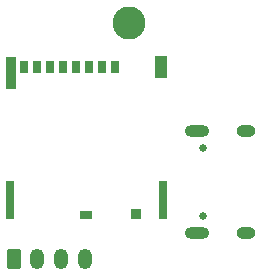
<source format=gbr>
%TF.GenerationSoftware,KiCad,Pcbnew,(6.0.7-1)-1*%
%TF.CreationDate,2022-11-24T20:11:51+01:00*%
%TF.ProjectId,Frost-ESP32,46726f73-742d-4455-9350-33322e6b6963,rev?*%
%TF.SameCoordinates,Original*%
%TF.FileFunction,Soldermask,Bot*%
%TF.FilePolarity,Negative*%
%FSLAX46Y46*%
G04 Gerber Fmt 4.6, Leading zero omitted, Abs format (unit mm)*
G04 Created by KiCad (PCBNEW (6.0.7-1)-1) date 2022-11-24 20:11:51*
%MOMM*%
%LPD*%
G01*
G04 APERTURE LIST*
G04 Aperture macros list*
%AMRoundRect*
0 Rectangle with rounded corners*
0 $1 Rounding radius*
0 $2 $3 $4 $5 $6 $7 $8 $9 X,Y pos of 4 corners*
0 Add a 4 corners polygon primitive as box body*
4,1,4,$2,$3,$4,$5,$6,$7,$8,$9,$2,$3,0*
0 Add four circle primitives for the rounded corners*
1,1,$1+$1,$2,$3*
1,1,$1+$1,$4,$5*
1,1,$1+$1,$6,$7*
1,1,$1+$1,$8,$9*
0 Add four rect primitives between the rounded corners*
20,1,$1+$1,$2,$3,$4,$5,0*
20,1,$1+$1,$4,$5,$6,$7,0*
20,1,$1+$1,$6,$7,$8,$9,0*
20,1,$1+$1,$8,$9,$2,$3,0*%
G04 Aperture macros list end*
%ADD10C,0.650000*%
%ADD11O,2.100000X1.000000*%
%ADD12O,1.600000X1.000000*%
%ADD13RoundRect,0.250000X-0.350000X-0.625000X0.350000X-0.625000X0.350000X0.625000X-0.350000X0.625000X0*%
%ADD14O,1.200000X1.750000*%
%ADD15C,2.800000*%
%ADD16R,0.700000X1.100000*%
%ADD17R,0.900000X0.930000*%
%ADD18R,1.050000X0.780000*%
%ADD19R,1.140000X1.830000*%
%ADD20R,0.860000X2.800000*%
%ADD21R,0.700000X3.330000*%
G04 APERTURE END LIST*
D10*
%TO.C,J3*%
X112495000Y-83510000D03*
X112495000Y-89290000D03*
D11*
X111995000Y-82080000D03*
D12*
X116175000Y-90720000D03*
X116175000Y-82080000D03*
D11*
X111995000Y-90720000D03*
%TD*%
D13*
%TO.C,J2*%
X96500000Y-92950000D03*
D14*
X98500000Y-92950000D03*
X100500000Y-92950000D03*
X102500000Y-92950000D03*
%TD*%
D15*
%TO.C,U1*%
X106300000Y-72950000D03*
%TD*%
D16*
%TO.C,J1*%
X105080000Y-76662500D03*
X103980000Y-76662500D03*
X102880000Y-76662500D03*
X101780000Y-76662500D03*
X100680000Y-76662500D03*
X99580000Y-76662500D03*
X98480000Y-76662500D03*
X97380000Y-76662500D03*
D17*
X106870000Y-89127500D03*
D18*
X102605000Y-89202500D03*
D19*
X108960000Y-76677500D03*
D20*
X96300000Y-77162500D03*
D21*
X109180000Y-87927500D03*
X96220000Y-87927500D03*
%TD*%
M02*

</source>
